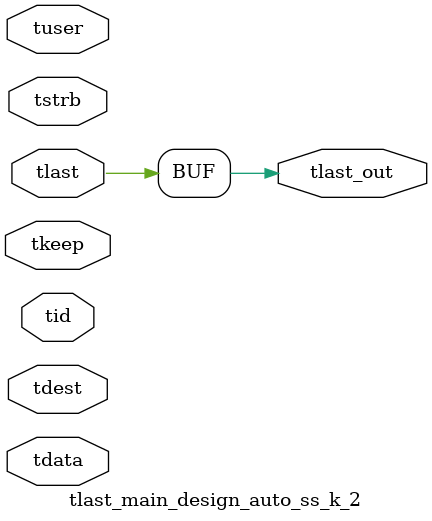
<source format=v>


`timescale 1ps/1ps

module tlast_main_design_auto_ss_k_2 #
(
parameter C_S_AXIS_TID_WIDTH   = 1,
parameter C_S_AXIS_TUSER_WIDTH = 0,
parameter C_S_AXIS_TDATA_WIDTH = 0,
parameter C_S_AXIS_TDEST_WIDTH = 0
)
(
input  [(C_S_AXIS_TID_WIDTH   == 0 ? 1 : C_S_AXIS_TID_WIDTH)-1:0       ] tid,
input  [(C_S_AXIS_TDATA_WIDTH == 0 ? 1 : C_S_AXIS_TDATA_WIDTH)-1:0     ] tdata,
input  [(C_S_AXIS_TUSER_WIDTH == 0 ? 1 : C_S_AXIS_TUSER_WIDTH)-1:0     ] tuser,
input  [(C_S_AXIS_TDEST_WIDTH == 0 ? 1 : C_S_AXIS_TDEST_WIDTH)-1:0     ] tdest,
input  [(C_S_AXIS_TDATA_WIDTH/8)-1:0 ] tkeep,
input  [(C_S_AXIS_TDATA_WIDTH/8)-1:0 ] tstrb,
input  [0:0]                                                             tlast,
output                                                                   tlast_out
);

assign tlast_out = {tlast};

endmodule


</source>
